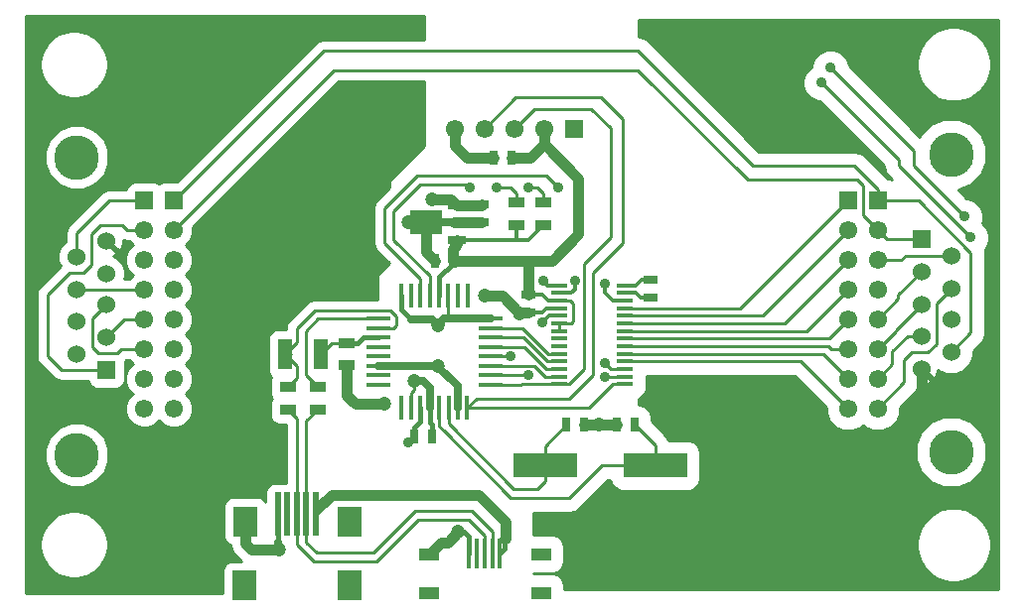
<source format=gbl>
G04 (created by PCBNEW (2013-jul-07)-stable) date nie, 28 cze 2015, 22:06:29*
%MOIN*%
G04 Gerber Fmt 3.4, Leading zero omitted, Abs format*
%FSLAX34Y34*%
G01*
G70*
G90*
G04 APERTURE LIST*
%ADD10C,0.00590551*%
%ADD11R,0.0196X0.145669*%
%ADD12R,0.0787X0.0984*%
%ADD13R,0.015748X0.0984252*%
%ADD14R,0.0708661X0.0393701*%
%ADD15R,0.063X0.0276*%
%ADD16R,0.0827X0.0276*%
%ADD17R,0.1083X0.0787*%
%ADD18R,0.055X0.035*%
%ADD19R,0.025X0.045*%
%ADD20R,0.2165X0.0787*%
%ADD21C,0.15*%
%ADD22R,0.06X0.06*%
%ADD23C,0.06*%
%ADD24R,0.045X0.025*%
%ADD25R,0.0787X0.0177*%
%ADD26R,0.0177X0.0787*%
%ADD27R,0.0579X0.0165*%
%ADD28R,0.0590551X0.0590551*%
%ADD29C,0.0610236*%
%ADD30R,0.0610236X0.0610236*%
%ADD31R,0.05X0.1*%
%ADD32C,0.0472441*%
%ADD33C,0.0354331*%
%ADD34C,0.038*%
%ADD35C,0.014*%
%ADD36C,0.018*%
%ADD37C,0.01*%
%ADD38C,0.028*%
G04 APERTURE END LIST*
G54D10*
G54D11*
X62992Y-28503D03*
X63307Y-28503D03*
X62362Y-28503D03*
X62677Y-28503D03*
G54D12*
X61221Y-30905D03*
X64763Y-30905D03*
X61260Y-28740D03*
X64763Y-28740D03*
G54D11*
X63622Y-28503D03*
G54D13*
X69291Y-29822D03*
X69547Y-29822D03*
X68779Y-29822D03*
X69035Y-29822D03*
X69803Y-29822D03*
G54D14*
X71181Y-29842D03*
X71181Y-31141D03*
X67440Y-29842D03*
X67440Y-31141D03*
G54D15*
X68366Y-18109D03*
G54D16*
X68268Y-18700D03*
G54D15*
X68366Y-19291D03*
G54D17*
X67323Y-18700D03*
G54D18*
X63681Y-24981D03*
X63681Y-24231D03*
X62696Y-24981D03*
X62696Y-24231D03*
G54D19*
X72042Y-25492D03*
X72642Y-25492D03*
G54D20*
X71319Y-26870D03*
X75019Y-26870D03*
G54D21*
X55602Y-26506D03*
X55602Y-16506D03*
G54D22*
X56602Y-23656D03*
G54D23*
X56602Y-22556D03*
X56602Y-21456D03*
X56602Y-20406D03*
X56602Y-19306D03*
X55602Y-19856D03*
X55602Y-20956D03*
X55602Y-22006D03*
X55602Y-23106D03*
G54D24*
X69192Y-18705D03*
X69192Y-18105D03*
G54D25*
X65722Y-21938D03*
X65722Y-22253D03*
X65722Y-22568D03*
X65722Y-22883D03*
X65722Y-23198D03*
X65722Y-23513D03*
X65722Y-23828D03*
X65722Y-24143D03*
X69488Y-24141D03*
X69488Y-21931D03*
X69488Y-22251D03*
X69488Y-22571D03*
X69488Y-22881D03*
X69488Y-23201D03*
X69488Y-23511D03*
X69488Y-23831D03*
G54D26*
X66506Y-24931D03*
X66820Y-24931D03*
X67136Y-24931D03*
X67450Y-24931D03*
X67766Y-24931D03*
X68080Y-24931D03*
X68396Y-24931D03*
X68710Y-24931D03*
X66508Y-21151D03*
X66818Y-21151D03*
X67138Y-21151D03*
X67448Y-21151D03*
X67758Y-21151D03*
X68078Y-21151D03*
X68398Y-21151D03*
X68718Y-21151D03*
G54D27*
X73986Y-22347D03*
X73986Y-22603D03*
X73986Y-22859D03*
X73986Y-23115D03*
X71784Y-21583D03*
X73986Y-21579D03*
X73986Y-21835D03*
X73986Y-22091D03*
X71782Y-23371D03*
X71782Y-23115D03*
X71782Y-22859D03*
X71782Y-22603D03*
X71782Y-22347D03*
X71782Y-22091D03*
X73986Y-23371D03*
X71784Y-21835D03*
X73986Y-21323D03*
X73986Y-23627D03*
X71782Y-23627D03*
X71782Y-21323D03*
X73986Y-21068D03*
X73986Y-23882D03*
X71782Y-23882D03*
X71782Y-21068D03*
X73986Y-20812D03*
X73986Y-24138D03*
X71782Y-24138D03*
X71782Y-20812D03*
G54D19*
X74315Y-25492D03*
X73715Y-25492D03*
X67524Y-25885D03*
X66924Y-25885D03*
G54D24*
X74866Y-21216D03*
X74866Y-20616D03*
G54D19*
X67613Y-19980D03*
X68213Y-19980D03*
G54D24*
X70766Y-21116D03*
X70766Y-21716D03*
G54D21*
X84948Y-16406D03*
X84948Y-26406D03*
G54D22*
X83948Y-19256D03*
G54D23*
X83948Y-20356D03*
X83948Y-21456D03*
X83948Y-22506D03*
X83948Y-23606D03*
X84948Y-23056D03*
X84948Y-21956D03*
X84948Y-20906D03*
X84948Y-19806D03*
G54D28*
X81496Y-17956D03*
G54D29*
X81496Y-18956D03*
X81496Y-19956D03*
X81496Y-20956D03*
X81496Y-21956D03*
X81496Y-22956D03*
X81496Y-23956D03*
X81496Y-24956D03*
G54D28*
X58858Y-17956D03*
G54D29*
X58858Y-18956D03*
X58858Y-19956D03*
X58858Y-20956D03*
X58858Y-21956D03*
X58858Y-22956D03*
X58858Y-23956D03*
X58858Y-24956D03*
G54D28*
X57874Y-17956D03*
G54D29*
X57874Y-18956D03*
X57874Y-19956D03*
X57874Y-20956D03*
X57874Y-21956D03*
X57874Y-22956D03*
X57874Y-23956D03*
X57874Y-24956D03*
G54D28*
X82480Y-17956D03*
G54D29*
X82480Y-18956D03*
X82480Y-19956D03*
X82480Y-20956D03*
X82480Y-21956D03*
X82480Y-22956D03*
X82480Y-23956D03*
X82480Y-24956D03*
G54D30*
X72283Y-15551D03*
G54D29*
X71283Y-15551D03*
X70283Y-15551D03*
X69283Y-15551D03*
X68283Y-15551D03*
G54D18*
X71259Y-18780D03*
X71259Y-18030D03*
X70374Y-18780D03*
X70374Y-18030D03*
X64665Y-23504D03*
X64665Y-22754D03*
G54D31*
X63788Y-23129D03*
X62588Y-23129D03*
G54D19*
X69581Y-16535D03*
X70181Y-16535D03*
G54D32*
X67519Y-17913D03*
X67716Y-23523D03*
G54D33*
X66732Y-26082D03*
X85400Y-18500D03*
X80900Y-13500D03*
X80600Y-14000D03*
X85600Y-19200D03*
X71751Y-17519D03*
X68799Y-17519D03*
X70167Y-23198D03*
X73346Y-23897D03*
X73326Y-23425D03*
X70767Y-23818D03*
G54D32*
X59842Y-28346D03*
X60629Y-25590D03*
X61811Y-25196D03*
X71259Y-28740D03*
X73129Y-25492D03*
X69291Y-21161D03*
X70472Y-21751D03*
X66732Y-18700D03*
X65944Y-24803D03*
X66929Y-24015D03*
X67716Y-22145D03*
G54D33*
X71266Y-20666D03*
X72322Y-20669D03*
X70767Y-17519D03*
X69685Y-17519D03*
G54D32*
X62412Y-29700D03*
X68412Y-29100D03*
G54D33*
X71216Y-22066D03*
X67027Y-27854D03*
X73326Y-20767D03*
G54D34*
X70181Y-16535D02*
X70814Y-16535D01*
X70814Y-16535D02*
X71283Y-16066D01*
X70766Y-21116D02*
X70766Y-19980D01*
X71283Y-15551D02*
X71283Y-16066D01*
X72440Y-19094D02*
X71555Y-19980D01*
X71555Y-19980D02*
X70766Y-19980D01*
X71283Y-16066D02*
X72440Y-17224D01*
X72440Y-17224D02*
X72440Y-19094D01*
X70766Y-19980D02*
X68213Y-19980D01*
G54D35*
X70374Y-18780D02*
X70374Y-19291D01*
X70374Y-19291D02*
X70374Y-19291D01*
X70374Y-19291D02*
X70374Y-19291D01*
X68366Y-19291D02*
X70374Y-19291D01*
X70374Y-19291D02*
X70748Y-19291D01*
X70748Y-19291D02*
X71259Y-18780D01*
G54D36*
X68213Y-19980D02*
X68213Y-20074D01*
X67758Y-20529D02*
X67758Y-21151D01*
X68213Y-20074D02*
X67758Y-20529D01*
G54D34*
X68366Y-19291D02*
X68366Y-19429D01*
X68213Y-19581D02*
X68213Y-19980D01*
X68366Y-19429D02*
X68213Y-19581D01*
G54D35*
X70766Y-21116D02*
X71216Y-21116D01*
X71422Y-21323D02*
X71782Y-21323D01*
X71216Y-21116D02*
X71422Y-21323D01*
G54D37*
X71782Y-22347D02*
X71782Y-22091D01*
X71782Y-21323D02*
X72172Y-21323D01*
X72192Y-22091D02*
X71782Y-22091D01*
X72266Y-22016D02*
X72192Y-22091D01*
X72266Y-21416D02*
X72266Y-22016D01*
X72172Y-21323D02*
X72266Y-21416D01*
G54D34*
X68366Y-18109D02*
X68366Y-18110D01*
X69188Y-18110D02*
X69192Y-18105D01*
X68366Y-18110D02*
X69188Y-18110D01*
X68169Y-17913D02*
X68366Y-18109D01*
X67519Y-17913D02*
X68169Y-17913D01*
X67716Y-23523D02*
X67706Y-23513D01*
G54D38*
X68396Y-24931D02*
X68396Y-24203D01*
X67706Y-23513D02*
X65722Y-23513D01*
X68396Y-24203D02*
X67706Y-23513D01*
G54D36*
X67136Y-24931D02*
X67136Y-25383D01*
X66924Y-25595D02*
X66924Y-25885D01*
X67136Y-25383D02*
X66924Y-25595D01*
X66732Y-26082D02*
X66732Y-26077D01*
X66732Y-26077D02*
X66924Y-25885D01*
G54D37*
X57874Y-20956D02*
X56960Y-20956D01*
X56960Y-20956D02*
X55602Y-20956D01*
X62992Y-28503D02*
X62992Y-25276D01*
X62992Y-25276D02*
X62696Y-24981D01*
X69291Y-29822D02*
X69291Y-29228D01*
X69291Y-29228D02*
X68762Y-28700D01*
X68762Y-28700D02*
X67062Y-28700D01*
X67062Y-28700D02*
X65662Y-30100D01*
X65662Y-30100D02*
X63562Y-30100D01*
X63562Y-30100D02*
X62992Y-29529D01*
X62992Y-29529D02*
X62992Y-28503D01*
X62588Y-23129D02*
X62992Y-22726D01*
X66230Y-22253D02*
X65722Y-22253D01*
X66338Y-22145D02*
X66230Y-22253D01*
X66338Y-21850D02*
X66338Y-22145D01*
X66141Y-21653D02*
X66338Y-21850D01*
X63582Y-21653D02*
X66141Y-21653D01*
X62992Y-22244D02*
X63582Y-21653D01*
X62992Y-22726D02*
X62992Y-22244D01*
X62696Y-24231D02*
X62992Y-23936D01*
X62992Y-23533D02*
X62588Y-23129D01*
X62992Y-23936D02*
X62992Y-23533D01*
X62588Y-23129D02*
X62795Y-23129D01*
X62795Y-23129D02*
X62588Y-23129D01*
X62588Y-23129D02*
X62588Y-22844D01*
X63307Y-28503D02*
X63307Y-25355D01*
X63307Y-25355D02*
X63681Y-24981D01*
X69547Y-29822D02*
X69547Y-29184D01*
X63307Y-29444D02*
X63307Y-28503D01*
X63662Y-29800D02*
X63307Y-29444D01*
X65562Y-29800D02*
X63662Y-29800D01*
X66962Y-28400D02*
X65562Y-29800D01*
X68862Y-28400D02*
X66962Y-28400D01*
X69547Y-29084D02*
X68862Y-28400D01*
X69547Y-29184D02*
X69547Y-29084D01*
X63681Y-24231D02*
X63287Y-23837D01*
X63691Y-21938D02*
X65722Y-21938D01*
X63287Y-22342D02*
X63691Y-21938D01*
X63287Y-23837D02*
X63287Y-22342D01*
X82480Y-18956D02*
X81988Y-18464D01*
X64232Y-13582D02*
X58858Y-18956D01*
X74429Y-13582D02*
X64232Y-13582D01*
X78115Y-17269D02*
X74429Y-13582D01*
X81796Y-17269D02*
X78115Y-17269D01*
X81988Y-17460D02*
X81796Y-17269D01*
X81988Y-18464D02*
X81988Y-17460D01*
X83948Y-19256D02*
X82780Y-19256D01*
X82780Y-19256D02*
X82480Y-18956D01*
X57874Y-18956D02*
X57303Y-18956D01*
X55093Y-23656D02*
X56602Y-23656D01*
X54625Y-23188D02*
X55093Y-23656D01*
X54625Y-21122D02*
X54625Y-23188D01*
X55354Y-20393D02*
X54625Y-21122D01*
X55846Y-20393D02*
X55354Y-20393D01*
X56102Y-20137D02*
X55846Y-20393D01*
X56102Y-19094D02*
X56102Y-20137D01*
X56397Y-18799D02*
X56102Y-19094D01*
X57145Y-18799D02*
X56397Y-18799D01*
X57303Y-18956D02*
X57145Y-18799D01*
X82480Y-19956D02*
X83271Y-19956D01*
X83421Y-19806D02*
X84948Y-19806D01*
X83271Y-19956D02*
X83421Y-19806D01*
X83700Y-16800D02*
X85400Y-18500D01*
X83700Y-16300D02*
X83700Y-16800D01*
X80900Y-13500D02*
X83700Y-16300D01*
X83948Y-22506D02*
X83497Y-22506D01*
X82972Y-23464D02*
X82480Y-23956D01*
X82972Y-23031D02*
X82972Y-23464D01*
X83497Y-22506D02*
X82972Y-23031D01*
X78300Y-16800D02*
X74433Y-12933D01*
X82480Y-17580D02*
X81700Y-16800D01*
X81700Y-16800D02*
X78300Y-16800D01*
X82480Y-17956D02*
X82480Y-17580D01*
X58858Y-17956D02*
X63881Y-12933D01*
X63881Y-12933D02*
X74433Y-12933D01*
X82480Y-17956D02*
X83232Y-17956D01*
X85610Y-22395D02*
X84948Y-23056D01*
X85610Y-19710D02*
X85610Y-22395D01*
X83856Y-17956D02*
X85610Y-19710D01*
X83232Y-17956D02*
X83856Y-17956D01*
X57874Y-17956D02*
X56708Y-17956D01*
X55602Y-19062D02*
X55602Y-19856D01*
X56708Y-17956D02*
X55602Y-19062D01*
X83200Y-16600D02*
X83200Y-16800D01*
X80600Y-14000D02*
X83200Y-16600D01*
X83200Y-16800D02*
X85600Y-19200D01*
X82480Y-24956D02*
X83366Y-24070D01*
X84448Y-21406D02*
X84948Y-20906D01*
X84448Y-22775D02*
X84448Y-21406D01*
X84173Y-23051D02*
X84448Y-22775D01*
X83641Y-23051D02*
X84173Y-23051D01*
X83366Y-23326D02*
X83641Y-23051D01*
X83366Y-24070D02*
X83366Y-23326D01*
X67138Y-20582D02*
X65944Y-19389D01*
X65944Y-19389D02*
X65944Y-18208D01*
X65944Y-18208D02*
X66633Y-17519D01*
X67138Y-20681D02*
X67138Y-21151D01*
X67138Y-20681D02*
X67138Y-20582D01*
X67027Y-17125D02*
X66633Y-17519D01*
X71358Y-17125D02*
X67027Y-17125D01*
X71751Y-17519D02*
X71358Y-17125D01*
X73986Y-22347D02*
X80105Y-22347D01*
X80105Y-22347D02*
X81496Y-20956D01*
X73986Y-21835D02*
X78617Y-21835D01*
X78617Y-21835D02*
X81496Y-18956D01*
X73986Y-22091D02*
X79361Y-22091D01*
X79361Y-22091D02*
X81496Y-19956D01*
X73986Y-21579D02*
X77873Y-21579D01*
X77873Y-21579D02*
X81496Y-17956D01*
X73986Y-22603D02*
X80849Y-22603D01*
X80849Y-22603D02*
X81496Y-21956D01*
X69488Y-23511D02*
X70952Y-23511D01*
X71323Y-23882D02*
X71782Y-23882D01*
X70952Y-23511D02*
X71323Y-23882D01*
X69488Y-22571D02*
X70602Y-22571D01*
X71402Y-23371D02*
X71782Y-23371D01*
X70602Y-22571D02*
X71402Y-23371D01*
X69488Y-22881D02*
X70617Y-22881D01*
X71363Y-23627D02*
X71782Y-23627D01*
X70617Y-22881D02*
X71363Y-23627D01*
X69488Y-22251D02*
X70578Y-22251D01*
X71441Y-23115D02*
X71782Y-23115D01*
X70578Y-22251D02*
X71441Y-23115D01*
X70283Y-15551D02*
X70952Y-14881D01*
X72121Y-24138D02*
X72637Y-23622D01*
X72637Y-23622D02*
X72637Y-20078D01*
X72637Y-20078D02*
X73523Y-19192D01*
X72121Y-24138D02*
X71782Y-24138D01*
X73523Y-15531D02*
X73523Y-19192D01*
X72874Y-14881D02*
X73523Y-15531D01*
X70952Y-14881D02*
X72874Y-14881D01*
X69488Y-24141D02*
X70543Y-24141D01*
X70546Y-24138D02*
X71782Y-24138D01*
X70543Y-24141D02*
X70546Y-24138D01*
X82480Y-21956D02*
X83169Y-21267D01*
X83169Y-21136D02*
X83948Y-20356D01*
X83169Y-21267D02*
X83169Y-21136D01*
X57874Y-21956D02*
X57202Y-21956D01*
X57202Y-21956D02*
X56602Y-22556D01*
X67125Y-17421D02*
X68700Y-17421D01*
X67448Y-20696D02*
X67448Y-20499D01*
X67448Y-21151D02*
X67448Y-20696D01*
X66240Y-18307D02*
X67125Y-17421D01*
X66240Y-19291D02*
X66240Y-18307D01*
X67448Y-20499D02*
X66240Y-19291D01*
X68700Y-17421D02*
X68799Y-17519D01*
X69488Y-23201D02*
X70164Y-23201D01*
X70164Y-23201D02*
X70167Y-23198D01*
X73617Y-23882D02*
X73986Y-23882D01*
X73602Y-23897D02*
X73617Y-23882D01*
X73346Y-23897D02*
X73602Y-23897D01*
X69488Y-23831D02*
X70755Y-23831D01*
X73528Y-23627D02*
X73986Y-23627D01*
X73326Y-23425D02*
X73528Y-23627D01*
X70755Y-23831D02*
X70767Y-23818D01*
X69283Y-15551D02*
X70346Y-14488D01*
X72933Y-23818D02*
X72145Y-24606D01*
X72145Y-24606D02*
X69035Y-24606D01*
X69035Y-24606D02*
X68710Y-24931D01*
X72933Y-20374D02*
X73917Y-19389D01*
X72933Y-23449D02*
X72933Y-20374D01*
X72933Y-23449D02*
X72933Y-23818D01*
X73917Y-15216D02*
X73917Y-19389D01*
X73188Y-14488D02*
X73917Y-15216D01*
X70346Y-14488D02*
X73188Y-14488D01*
X73986Y-24138D02*
X73622Y-24138D01*
X73598Y-24138D02*
X72804Y-24931D01*
X73622Y-24138D02*
X73598Y-24138D01*
X72804Y-24931D02*
X68710Y-24931D01*
X73986Y-23115D02*
X80654Y-23115D01*
X80654Y-23115D02*
X81496Y-23956D01*
X73986Y-23371D02*
X79910Y-23371D01*
X79910Y-23371D02*
X81496Y-24956D01*
X73986Y-22859D02*
X80831Y-22859D01*
X80929Y-22956D02*
X81496Y-22956D01*
X80831Y-22859D02*
X80929Y-22956D01*
X82480Y-22956D02*
X83094Y-22342D01*
X83094Y-22311D02*
X83948Y-21456D01*
X83094Y-22342D02*
X83094Y-22311D01*
X57874Y-22956D02*
X57102Y-22956D01*
X56122Y-21937D02*
X56602Y-21456D01*
X56122Y-22874D02*
X56122Y-21937D01*
X56338Y-23090D02*
X56122Y-22874D01*
X56968Y-23090D02*
X56338Y-23090D01*
X57102Y-22956D02*
X56968Y-23090D01*
X72042Y-25492D02*
X71319Y-26215D01*
X71319Y-26215D02*
X71319Y-26870D01*
X68080Y-24931D02*
X68080Y-25462D01*
X71319Y-27401D02*
X71319Y-26870D01*
X71062Y-27657D02*
X71319Y-27401D01*
X70275Y-27657D02*
X71062Y-27657D01*
X68080Y-25462D02*
X70275Y-27657D01*
X74315Y-25492D02*
X75019Y-26195D01*
X75019Y-26195D02*
X75019Y-26870D01*
X75019Y-26870D02*
X73228Y-26870D01*
X67766Y-25541D02*
X67766Y-24931D01*
X67913Y-25688D02*
X67766Y-25541D01*
X67913Y-25688D02*
X67913Y-25688D01*
X70177Y-27952D02*
X67913Y-25688D01*
X72145Y-27952D02*
X70177Y-27952D01*
X73228Y-26870D02*
X72145Y-27952D01*
G54D34*
X68283Y-15551D02*
X68283Y-16118D01*
X68700Y-16535D02*
X69581Y-16535D01*
X68283Y-16118D02*
X68700Y-16535D01*
G54D38*
X67323Y-18700D02*
X68268Y-18700D01*
G54D34*
X83948Y-23606D02*
X83948Y-25303D01*
X80511Y-28740D02*
X71259Y-28740D01*
X83948Y-25303D02*
X80511Y-28740D01*
X73129Y-25492D02*
X72642Y-25492D01*
X73129Y-25492D02*
X73715Y-25492D01*
X70437Y-21716D02*
X69881Y-21161D01*
X69881Y-21161D02*
X69291Y-21161D01*
X70472Y-21716D02*
X70437Y-21716D01*
X70472Y-21751D02*
X70472Y-21716D01*
X70766Y-21716D02*
X70437Y-21716D01*
X66732Y-18700D02*
X67323Y-18700D01*
X69192Y-18705D02*
X69188Y-18700D01*
X69188Y-18700D02*
X68268Y-18700D01*
X67613Y-19980D02*
X67323Y-19690D01*
X67323Y-19690D02*
X67323Y-18700D01*
X64960Y-24803D02*
X65944Y-24803D01*
X64960Y-24803D02*
X64665Y-24507D01*
X64665Y-23504D02*
X64665Y-24507D01*
G54D37*
X66820Y-24931D02*
X66820Y-24420D01*
X66929Y-24311D02*
X66929Y-24015D01*
X66820Y-24420D02*
X66929Y-24311D01*
G54D38*
X67450Y-24241D02*
X67450Y-24931D01*
X67224Y-24015D02*
X67450Y-24241D01*
X66929Y-24015D02*
X67224Y-24015D01*
G54D36*
X67450Y-24931D02*
X67450Y-25422D01*
X67450Y-25422D02*
X67524Y-25496D01*
X67524Y-25496D02*
X67524Y-25885D01*
G54D37*
X68078Y-21151D02*
X68078Y-21931D01*
X68011Y-21850D02*
X68011Y-21931D01*
X68011Y-21865D02*
X68011Y-21850D01*
X68078Y-21931D02*
X68011Y-21865D01*
G54D38*
X66830Y-21948D02*
X67519Y-21948D01*
X67519Y-21948D02*
X67716Y-22145D01*
G54D36*
X66508Y-21626D02*
X66830Y-21948D01*
X66508Y-21151D02*
X66508Y-21626D01*
G54D38*
X67930Y-21931D02*
X68011Y-21931D01*
X67716Y-22145D02*
X67930Y-21931D01*
X68011Y-21931D02*
X69488Y-21931D01*
G54D35*
X70766Y-21716D02*
X71216Y-21716D01*
X71350Y-21583D02*
X71784Y-21583D01*
X71216Y-21716D02*
X71350Y-21583D01*
X71411Y-20812D02*
X71782Y-20812D01*
X71266Y-20666D02*
X71411Y-20812D01*
X72199Y-21068D02*
X71782Y-21068D01*
X72322Y-20944D02*
X72199Y-21068D01*
X72322Y-20669D02*
X72322Y-20944D01*
G54D37*
X71259Y-17716D02*
X71259Y-18030D01*
X71062Y-17519D02*
X71259Y-17716D01*
X70767Y-17519D02*
X71062Y-17519D01*
X69685Y-17519D02*
X70177Y-17519D01*
X70374Y-17716D02*
X70374Y-18030D01*
X70177Y-17519D02*
X70374Y-17716D01*
G54D36*
X65722Y-22568D02*
X65226Y-22568D01*
X65040Y-22754D02*
X64665Y-22754D01*
X65226Y-22568D02*
X65040Y-22754D01*
G54D37*
X63788Y-23129D02*
X64163Y-22754D01*
X64163Y-22754D02*
X64665Y-22754D01*
G54D36*
X68779Y-29266D02*
X68612Y-29100D01*
X68779Y-29822D02*
X68779Y-29266D01*
X68612Y-29100D02*
X68412Y-29100D01*
G54D38*
X62362Y-29650D02*
X62362Y-29450D01*
X62412Y-29700D02*
X62362Y-29650D01*
G54D34*
X67440Y-29842D02*
X67833Y-29450D01*
X67833Y-29450D02*
X68062Y-29450D01*
X68062Y-29450D02*
X68412Y-29100D01*
X62412Y-29700D02*
X61462Y-29700D01*
X61260Y-29497D02*
X61260Y-28740D01*
X61462Y-29700D02*
X61260Y-29497D01*
G54D36*
X62362Y-29449D02*
X62362Y-28503D01*
X62362Y-29450D02*
X62362Y-29449D01*
G54D35*
X71448Y-21835D02*
X71784Y-21835D01*
X71216Y-22066D02*
X71448Y-21835D01*
G54D34*
X64158Y-27854D02*
X66437Y-27854D01*
X66437Y-27854D02*
X67027Y-27854D01*
X67027Y-27854D02*
X69094Y-27854D01*
X64018Y-27994D02*
X64158Y-27854D01*
X64018Y-27994D02*
X63812Y-28200D01*
G54D36*
X63812Y-28200D02*
X63812Y-28312D01*
X63812Y-28312D02*
X63622Y-28503D01*
G54D34*
X69980Y-28740D02*
X69980Y-29330D01*
X69980Y-29330D02*
X69962Y-29330D01*
X69094Y-27854D02*
X69980Y-28740D01*
G54D36*
X69803Y-29822D02*
X69962Y-29662D01*
X69962Y-29662D02*
X69962Y-29330D01*
X69962Y-29330D02*
X69962Y-29100D01*
G54D35*
X73586Y-21323D02*
X73986Y-21323D01*
X73326Y-21062D02*
X73586Y-21323D01*
X73326Y-20767D02*
X73326Y-21062D01*
X73986Y-21068D02*
X74367Y-21068D01*
X74516Y-21216D02*
X74866Y-21216D01*
X74367Y-21068D02*
X74516Y-21216D01*
X73986Y-20812D02*
X74371Y-20812D01*
X74566Y-20616D02*
X74866Y-20616D01*
X74371Y-20812D02*
X74566Y-20616D01*
G54D10*
G36*
X86534Y-31022D02*
X86291Y-31022D01*
X86291Y-29619D01*
X86291Y-29527D01*
X86291Y-29435D01*
X86291Y-13477D01*
X86291Y-13385D01*
X86291Y-13293D01*
X86291Y-13293D01*
X86291Y-13293D01*
X86230Y-12991D01*
X86160Y-12821D01*
X86159Y-12820D01*
X85990Y-12566D01*
X85989Y-12565D01*
X85858Y-12435D01*
X85603Y-12264D01*
X85432Y-12194D01*
X85431Y-12194D01*
X85132Y-12134D01*
X85131Y-12133D01*
X84946Y-12134D01*
X84645Y-12194D01*
X84474Y-12265D01*
X84473Y-12266D01*
X84220Y-12435D01*
X84219Y-12435D01*
X84088Y-12566D01*
X83918Y-12821D01*
X83847Y-12992D01*
X83847Y-12993D01*
X83787Y-13293D01*
X83787Y-13293D01*
X83787Y-13293D01*
X83787Y-13385D01*
X83787Y-13477D01*
X83787Y-13478D01*
X83787Y-13478D01*
X83847Y-13777D01*
X83847Y-13779D01*
X83918Y-13949D01*
X84088Y-14205D01*
X84219Y-14335D01*
X84220Y-14336D01*
X84473Y-14505D01*
X84474Y-14506D01*
X84645Y-14577D01*
X84946Y-14637D01*
X85131Y-14637D01*
X85132Y-14637D01*
X85431Y-14577D01*
X85432Y-14577D01*
X85603Y-14506D01*
X85858Y-14336D01*
X85989Y-14206D01*
X85990Y-14204D01*
X86159Y-13951D01*
X86160Y-13950D01*
X86230Y-13779D01*
X86291Y-13478D01*
X86291Y-13478D01*
X86291Y-13477D01*
X86291Y-29435D01*
X86291Y-29435D01*
X86291Y-29434D01*
X86230Y-29133D01*
X86160Y-28962D01*
X86159Y-28962D01*
X86142Y-28937D01*
X86142Y-26170D01*
X85961Y-25731D01*
X85625Y-25395D01*
X85187Y-25213D01*
X84712Y-25212D01*
X84273Y-25394D01*
X83937Y-25729D01*
X83755Y-26168D01*
X83754Y-26643D01*
X83936Y-27081D01*
X84271Y-27418D01*
X84710Y-27600D01*
X85185Y-27600D01*
X85624Y-27419D01*
X85960Y-27083D01*
X86142Y-26645D01*
X86142Y-26170D01*
X86142Y-28937D01*
X85990Y-28708D01*
X85989Y-28707D01*
X85858Y-28576D01*
X85603Y-28406D01*
X85432Y-28335D01*
X85431Y-28335D01*
X85132Y-28276D01*
X85131Y-28275D01*
X84946Y-28275D01*
X84645Y-28336D01*
X84474Y-28406D01*
X84473Y-28407D01*
X84220Y-28576D01*
X84219Y-28577D01*
X84088Y-28708D01*
X83918Y-28963D01*
X83847Y-29134D01*
X83847Y-29135D01*
X83787Y-29434D01*
X83787Y-29435D01*
X83787Y-29435D01*
X83787Y-29527D01*
X83787Y-29619D01*
X83787Y-29619D01*
X83787Y-29620D01*
X83847Y-29919D01*
X83847Y-29920D01*
X83918Y-30091D01*
X84088Y-30347D01*
X84219Y-30477D01*
X84220Y-30478D01*
X84473Y-30647D01*
X84474Y-30648D01*
X84645Y-30719D01*
X84946Y-30779D01*
X85131Y-30779D01*
X85132Y-30778D01*
X85431Y-30719D01*
X85432Y-30719D01*
X85603Y-30648D01*
X85858Y-30478D01*
X85989Y-30347D01*
X85990Y-30346D01*
X86159Y-30093D01*
X86160Y-30092D01*
X86230Y-29921D01*
X86291Y-29620D01*
X86291Y-29619D01*
X86291Y-29619D01*
X86291Y-31022D01*
X71979Y-31022D01*
X71979Y-30857D01*
X71911Y-30693D01*
X71787Y-30568D01*
X71624Y-30501D01*
X71447Y-30501D01*
X70916Y-30501D01*
X70916Y-30483D01*
X71623Y-30483D01*
X71786Y-30415D01*
X71911Y-30291D01*
X71979Y-30128D01*
X71979Y-29951D01*
X71979Y-29557D01*
X71911Y-29394D01*
X71787Y-29269D01*
X71624Y-29202D01*
X71447Y-29201D01*
X70916Y-29201D01*
X70916Y-28446D01*
X72145Y-28446D01*
X72334Y-28408D01*
X72494Y-28301D01*
X73432Y-27363D01*
X73498Y-27363D01*
X73560Y-27514D01*
X73685Y-27639D01*
X73848Y-27707D01*
X74024Y-27707D01*
X76189Y-27707D01*
X76352Y-27639D01*
X76477Y-27515D01*
X76545Y-27352D01*
X76545Y-27175D01*
X76545Y-26388D01*
X76478Y-26225D01*
X76353Y-26100D01*
X76190Y-26032D01*
X76013Y-26032D01*
X75480Y-26032D01*
X75475Y-26006D01*
X75475Y-26006D01*
X75432Y-25942D01*
X75368Y-25846D01*
X75368Y-25846D01*
X74884Y-25362D01*
X74884Y-25179D01*
X74817Y-25016D01*
X74692Y-24891D01*
X74529Y-24823D01*
X74459Y-24823D01*
X74459Y-24625D01*
X74527Y-24597D01*
X74652Y-24472D01*
X74719Y-24309D01*
X74719Y-24132D01*
X74719Y-23967D01*
X74719Y-23967D01*
X74719Y-23876D01*
X74719Y-23864D01*
X79706Y-23864D01*
X80747Y-24906D01*
X80747Y-25104D01*
X80860Y-25380D01*
X81071Y-25591D01*
X81346Y-25705D01*
X81644Y-25705D01*
X81919Y-25591D01*
X81988Y-25523D01*
X82055Y-25591D01*
X82330Y-25705D01*
X82628Y-25705D01*
X82903Y-25591D01*
X83114Y-25381D01*
X83229Y-25106D01*
X83229Y-24906D01*
X83715Y-24419D01*
X83822Y-24259D01*
X83843Y-24153D01*
X83867Y-24161D01*
X84085Y-24150D01*
X84236Y-24087D01*
X84264Y-23992D01*
X83948Y-23677D01*
X83943Y-23682D01*
X83872Y-23612D01*
X83878Y-23606D01*
X83872Y-23601D01*
X83928Y-23544D01*
X83968Y-23544D01*
X84025Y-23601D01*
X84019Y-23606D01*
X84334Y-23921D01*
X84430Y-23894D01*
X84503Y-23688D01*
X84502Y-23662D01*
X84526Y-23686D01*
X84800Y-23800D01*
X85096Y-23800D01*
X85369Y-23687D01*
X85578Y-23478D01*
X85692Y-23205D01*
X85692Y-23011D01*
X85959Y-22744D01*
X85959Y-22744D01*
X85959Y-22744D01*
X86066Y-22584D01*
X86066Y-22584D01*
X86096Y-22432D01*
X86103Y-22395D01*
X86103Y-22395D01*
X86103Y-22395D01*
X86103Y-19710D01*
X86081Y-19596D01*
X86126Y-19552D01*
X86220Y-19324D01*
X86220Y-19077D01*
X86126Y-18848D01*
X85985Y-18707D01*
X86020Y-18624D01*
X86020Y-18377D01*
X85926Y-18148D01*
X85752Y-17973D01*
X85524Y-17879D01*
X85477Y-17879D01*
X85194Y-17596D01*
X85624Y-17419D01*
X85960Y-17083D01*
X86142Y-16645D01*
X86142Y-16170D01*
X85961Y-15731D01*
X85625Y-15395D01*
X85187Y-15213D01*
X84712Y-15212D01*
X84273Y-15394D01*
X83937Y-15729D01*
X83905Y-15807D01*
X81520Y-13422D01*
X81520Y-13377D01*
X81426Y-13148D01*
X81252Y-12973D01*
X81024Y-12879D01*
X80777Y-12879D01*
X80548Y-12973D01*
X80373Y-13147D01*
X80279Y-13375D01*
X80279Y-13460D01*
X80248Y-13473D01*
X80073Y-13647D01*
X79979Y-13875D01*
X79979Y-14122D01*
X80073Y-14351D01*
X80247Y-14526D01*
X80475Y-14620D01*
X80522Y-14620D01*
X82707Y-16805D01*
X82743Y-16988D01*
X82850Y-17149D01*
X82958Y-17257D01*
X82864Y-17217D01*
X82815Y-17217D01*
X82049Y-16450D01*
X81888Y-16343D01*
X81700Y-16306D01*
X78504Y-16306D01*
X74782Y-12583D01*
X74622Y-12476D01*
X74459Y-12444D01*
X74459Y-11890D01*
X86534Y-11890D01*
X86534Y-31022D01*
X86534Y-31022D01*
G37*
G54D37*
X86534Y-31022D02*
X86291Y-31022D01*
X86291Y-29619D01*
X86291Y-29527D01*
X86291Y-29435D01*
X86291Y-13477D01*
X86291Y-13385D01*
X86291Y-13293D01*
X86291Y-13293D01*
X86291Y-13293D01*
X86230Y-12991D01*
X86160Y-12821D01*
X86159Y-12820D01*
X85990Y-12566D01*
X85989Y-12565D01*
X85858Y-12435D01*
X85603Y-12264D01*
X85432Y-12194D01*
X85431Y-12194D01*
X85132Y-12134D01*
X85131Y-12133D01*
X84946Y-12134D01*
X84645Y-12194D01*
X84474Y-12265D01*
X84473Y-12266D01*
X84220Y-12435D01*
X84219Y-12435D01*
X84088Y-12566D01*
X83918Y-12821D01*
X83847Y-12992D01*
X83847Y-12993D01*
X83787Y-13293D01*
X83787Y-13293D01*
X83787Y-13293D01*
X83787Y-13385D01*
X83787Y-13477D01*
X83787Y-13478D01*
X83787Y-13478D01*
X83847Y-13777D01*
X83847Y-13779D01*
X83918Y-13949D01*
X84088Y-14205D01*
X84219Y-14335D01*
X84220Y-14336D01*
X84473Y-14505D01*
X84474Y-14506D01*
X84645Y-14577D01*
X84946Y-14637D01*
X85131Y-14637D01*
X85132Y-14637D01*
X85431Y-14577D01*
X85432Y-14577D01*
X85603Y-14506D01*
X85858Y-14336D01*
X85989Y-14206D01*
X85990Y-14204D01*
X86159Y-13951D01*
X86160Y-13950D01*
X86230Y-13779D01*
X86291Y-13478D01*
X86291Y-13478D01*
X86291Y-13477D01*
X86291Y-29435D01*
X86291Y-29435D01*
X86291Y-29434D01*
X86230Y-29133D01*
X86160Y-28962D01*
X86159Y-28962D01*
X86142Y-28937D01*
X86142Y-26170D01*
X85961Y-25731D01*
X85625Y-25395D01*
X85187Y-25213D01*
X84712Y-25212D01*
X84273Y-25394D01*
X83937Y-25729D01*
X83755Y-26168D01*
X83754Y-26643D01*
X83936Y-27081D01*
X84271Y-27418D01*
X84710Y-27600D01*
X85185Y-27600D01*
X85624Y-27419D01*
X85960Y-27083D01*
X86142Y-26645D01*
X86142Y-26170D01*
X86142Y-28937D01*
X85990Y-28708D01*
X85989Y-28707D01*
X85858Y-28576D01*
X85603Y-28406D01*
X85432Y-28335D01*
X85431Y-28335D01*
X85132Y-28276D01*
X85131Y-28275D01*
X84946Y-28275D01*
X84645Y-28336D01*
X84474Y-28406D01*
X84473Y-28407D01*
X84220Y-28576D01*
X84219Y-28577D01*
X84088Y-28708D01*
X83918Y-28963D01*
X83847Y-29134D01*
X83847Y-29135D01*
X83787Y-29434D01*
X83787Y-29435D01*
X83787Y-29435D01*
X83787Y-29527D01*
X83787Y-29619D01*
X83787Y-29619D01*
X83787Y-29620D01*
X83847Y-29919D01*
X83847Y-29920D01*
X83918Y-30091D01*
X84088Y-30347D01*
X84219Y-30477D01*
X84220Y-30478D01*
X84473Y-30647D01*
X84474Y-30648D01*
X84645Y-30719D01*
X84946Y-30779D01*
X85131Y-30779D01*
X85132Y-30778D01*
X85431Y-30719D01*
X85432Y-30719D01*
X85603Y-30648D01*
X85858Y-30478D01*
X85989Y-30347D01*
X85990Y-30346D01*
X86159Y-30093D01*
X86160Y-30092D01*
X86230Y-29921D01*
X86291Y-29620D01*
X86291Y-29619D01*
X86291Y-29619D01*
X86291Y-31022D01*
X71979Y-31022D01*
X71979Y-30857D01*
X71911Y-30693D01*
X71787Y-30568D01*
X71624Y-30501D01*
X71447Y-30501D01*
X70916Y-30501D01*
X70916Y-30483D01*
X71623Y-30483D01*
X71786Y-30415D01*
X71911Y-30291D01*
X71979Y-30128D01*
X71979Y-29951D01*
X71979Y-29557D01*
X71911Y-29394D01*
X71787Y-29269D01*
X71624Y-29202D01*
X71447Y-29201D01*
X70916Y-29201D01*
X70916Y-28446D01*
X72145Y-28446D01*
X72334Y-28408D01*
X72494Y-28301D01*
X73432Y-27363D01*
X73498Y-27363D01*
X73560Y-27514D01*
X73685Y-27639D01*
X73848Y-27707D01*
X74024Y-27707D01*
X76189Y-27707D01*
X76352Y-27639D01*
X76477Y-27515D01*
X76545Y-27352D01*
X76545Y-27175D01*
X76545Y-26388D01*
X76478Y-26225D01*
X76353Y-26100D01*
X76190Y-26032D01*
X76013Y-26032D01*
X75480Y-26032D01*
X75475Y-26006D01*
X75475Y-26006D01*
X75432Y-25942D01*
X75368Y-25846D01*
X75368Y-25846D01*
X74884Y-25362D01*
X74884Y-25179D01*
X74817Y-25016D01*
X74692Y-24891D01*
X74529Y-24823D01*
X74459Y-24823D01*
X74459Y-24625D01*
X74527Y-24597D01*
X74652Y-24472D01*
X74719Y-24309D01*
X74719Y-24132D01*
X74719Y-23967D01*
X74719Y-23967D01*
X74719Y-23876D01*
X74719Y-23864D01*
X79706Y-23864D01*
X80747Y-24906D01*
X80747Y-25104D01*
X80860Y-25380D01*
X81071Y-25591D01*
X81346Y-25705D01*
X81644Y-25705D01*
X81919Y-25591D01*
X81988Y-25523D01*
X82055Y-25591D01*
X82330Y-25705D01*
X82628Y-25705D01*
X82903Y-25591D01*
X83114Y-25381D01*
X83229Y-25106D01*
X83229Y-24906D01*
X83715Y-24419D01*
X83822Y-24259D01*
X83843Y-24153D01*
X83867Y-24161D01*
X84085Y-24150D01*
X84236Y-24087D01*
X84264Y-23992D01*
X83948Y-23677D01*
X83943Y-23682D01*
X83872Y-23612D01*
X83878Y-23606D01*
X83872Y-23601D01*
X83928Y-23544D01*
X83968Y-23544D01*
X84025Y-23601D01*
X84019Y-23606D01*
X84334Y-23921D01*
X84430Y-23894D01*
X84503Y-23688D01*
X84502Y-23662D01*
X84526Y-23686D01*
X84800Y-23800D01*
X85096Y-23800D01*
X85369Y-23687D01*
X85578Y-23478D01*
X85692Y-23205D01*
X85692Y-23011D01*
X85959Y-22744D01*
X85959Y-22744D01*
X85959Y-22744D01*
X86066Y-22584D01*
X86066Y-22584D01*
X86096Y-22432D01*
X86103Y-22395D01*
X86103Y-22395D01*
X86103Y-22395D01*
X86103Y-19710D01*
X86081Y-19596D01*
X86126Y-19552D01*
X86220Y-19324D01*
X86220Y-19077D01*
X86126Y-18848D01*
X85985Y-18707D01*
X86020Y-18624D01*
X86020Y-18377D01*
X85926Y-18148D01*
X85752Y-17973D01*
X85524Y-17879D01*
X85477Y-17879D01*
X85194Y-17596D01*
X85624Y-17419D01*
X85960Y-17083D01*
X86142Y-16645D01*
X86142Y-16170D01*
X85961Y-15731D01*
X85625Y-15395D01*
X85187Y-15213D01*
X84712Y-15212D01*
X84273Y-15394D01*
X83937Y-15729D01*
X83905Y-15807D01*
X81520Y-13422D01*
X81520Y-13377D01*
X81426Y-13148D01*
X81252Y-12973D01*
X81024Y-12879D01*
X80777Y-12879D01*
X80548Y-12973D01*
X80373Y-13147D01*
X80279Y-13375D01*
X80279Y-13460D01*
X80248Y-13473D01*
X80073Y-13647D01*
X79979Y-13875D01*
X79979Y-14122D01*
X80073Y-14351D01*
X80247Y-14526D01*
X80475Y-14620D01*
X80522Y-14620D01*
X82707Y-16805D01*
X82743Y-16988D01*
X82850Y-17149D01*
X82958Y-17257D01*
X82864Y-17217D01*
X82815Y-17217D01*
X82049Y-16450D01*
X81888Y-16343D01*
X81700Y-16306D01*
X78504Y-16306D01*
X74782Y-12583D01*
X74622Y-12476D01*
X74459Y-12444D01*
X74459Y-11890D01*
X86534Y-11890D01*
X86534Y-31022D01*
G54D10*
G36*
X57482Y-20456D02*
X57357Y-20581D01*
X57207Y-20581D01*
X57227Y-20531D01*
X57228Y-20282D01*
X57133Y-20052D01*
X56957Y-19876D01*
X56816Y-19818D01*
X56890Y-19787D01*
X56917Y-19692D01*
X56602Y-19377D01*
X56596Y-19382D01*
X56526Y-19312D01*
X56531Y-19306D01*
X56526Y-19301D01*
X56596Y-19230D01*
X56602Y-19235D01*
X56607Y-19230D01*
X56678Y-19301D01*
X56673Y-19306D01*
X56988Y-19621D01*
X57083Y-19594D01*
X57157Y-19388D01*
X57152Y-19299D01*
X57159Y-19303D01*
X57303Y-19332D01*
X57357Y-19332D01*
X57482Y-19456D01*
X57339Y-19598D01*
X57243Y-19830D01*
X57243Y-20081D01*
X57339Y-20313D01*
X57482Y-20456D01*
X57482Y-20456D01*
G37*
G54D37*
X57482Y-20456D02*
X57357Y-20581D01*
X57207Y-20581D01*
X57227Y-20531D01*
X57228Y-20282D01*
X57133Y-20052D01*
X56957Y-19876D01*
X56816Y-19818D01*
X56890Y-19787D01*
X56917Y-19692D01*
X56602Y-19377D01*
X56596Y-19382D01*
X56526Y-19312D01*
X56531Y-19306D01*
X56526Y-19301D01*
X56596Y-19230D01*
X56602Y-19235D01*
X56607Y-19230D01*
X56678Y-19301D01*
X56673Y-19306D01*
X56988Y-19621D01*
X57083Y-19594D01*
X57157Y-19388D01*
X57152Y-19299D01*
X57159Y-19303D01*
X57303Y-19332D01*
X57357Y-19332D01*
X57482Y-19456D01*
X57339Y-19598D01*
X57243Y-19830D01*
X57243Y-20081D01*
X57339Y-20313D01*
X57482Y-20456D01*
G54D10*
G36*
X67272Y-16121D02*
X66091Y-17302D01*
X66091Y-17530D01*
X65679Y-17943D01*
X65597Y-18064D01*
X65569Y-18208D01*
X65569Y-19389D01*
X65597Y-19533D01*
X65679Y-19655D01*
X66086Y-20062D01*
X65698Y-20451D01*
X65698Y-21277D01*
X63582Y-21277D01*
X63438Y-21306D01*
X63317Y-21387D01*
X62726Y-21978D01*
X62645Y-22100D01*
X62616Y-22244D01*
X62616Y-22304D01*
X62274Y-22304D01*
X62154Y-22353D01*
X62063Y-22445D01*
X62013Y-22564D01*
X62013Y-22694D01*
X62013Y-23694D01*
X62062Y-23814D01*
X62138Y-23889D01*
X62096Y-23991D01*
X62096Y-24120D01*
X62096Y-24470D01*
X62145Y-24590D01*
X62161Y-24606D01*
X62145Y-24621D01*
X62096Y-24741D01*
X62096Y-24870D01*
X62096Y-25220D01*
X62145Y-25340D01*
X62237Y-25432D01*
X62356Y-25481D01*
X62486Y-25481D01*
X62616Y-25481D01*
X62616Y-27449D01*
X62514Y-27449D01*
X62514Y-27450D01*
X62395Y-27449D01*
X62199Y-27449D01*
X62080Y-27499D01*
X61988Y-27590D01*
X61938Y-27710D01*
X61938Y-27840D01*
X61938Y-28085D01*
X61929Y-28064D01*
X61838Y-27972D01*
X61718Y-27922D01*
X61589Y-27922D01*
X60802Y-27922D01*
X60682Y-27972D01*
X60590Y-28063D01*
X60541Y-28183D01*
X60540Y-28312D01*
X60540Y-29296D01*
X60590Y-29416D01*
X60681Y-29508D01*
X60752Y-29537D01*
X60783Y-29694D01*
X60895Y-29861D01*
X61098Y-30064D01*
X61098Y-30064D01*
X61133Y-30087D01*
X60763Y-30087D01*
X60643Y-30137D01*
X60551Y-30228D01*
X60502Y-30348D01*
X60501Y-30477D01*
X60501Y-31140D01*
X56678Y-31140D01*
X56678Y-26293D01*
X56514Y-25898D01*
X56212Y-25595D01*
X55817Y-25431D01*
X55389Y-25430D01*
X54993Y-25594D01*
X54691Y-25896D01*
X54526Y-26291D01*
X54526Y-26719D01*
X54689Y-27115D01*
X54992Y-27418D01*
X55387Y-27582D01*
X55815Y-27582D01*
X56210Y-27419D01*
X56513Y-27116D01*
X56677Y-26721D01*
X56678Y-26293D01*
X56678Y-31140D01*
X56647Y-31140D01*
X56647Y-29596D01*
X56647Y-29527D01*
X56647Y-29458D01*
X56647Y-29458D01*
X56647Y-29457D01*
X56587Y-29156D01*
X56534Y-29028D01*
X56533Y-29027D01*
X56364Y-28774D01*
X56363Y-28773D01*
X56265Y-28675D01*
X56010Y-28504D01*
X55882Y-28451D01*
X55880Y-28451D01*
X55581Y-28392D01*
X55580Y-28391D01*
X55442Y-28391D01*
X55140Y-28451D01*
X55012Y-28504D01*
X55011Y-28505D01*
X54758Y-28675D01*
X54757Y-28675D01*
X54659Y-28773D01*
X54488Y-29029D01*
X54435Y-29157D01*
X54435Y-29158D01*
X54376Y-29457D01*
X54376Y-29458D01*
X54376Y-29458D01*
X54376Y-29527D01*
X54376Y-29596D01*
X54376Y-29596D01*
X54376Y-29597D01*
X54435Y-29896D01*
X54435Y-29897D01*
X54488Y-30025D01*
X54659Y-30281D01*
X54757Y-30379D01*
X54758Y-30380D01*
X55011Y-30549D01*
X55012Y-30550D01*
X55140Y-30603D01*
X55442Y-30663D01*
X55580Y-30663D01*
X55581Y-30663D01*
X55880Y-30603D01*
X55882Y-30603D01*
X56010Y-30550D01*
X56265Y-30380D01*
X56363Y-30282D01*
X56364Y-30280D01*
X56533Y-30027D01*
X56534Y-30026D01*
X56587Y-29898D01*
X56647Y-29597D01*
X56647Y-29596D01*
X56647Y-29596D01*
X56647Y-31140D01*
X53898Y-31140D01*
X53898Y-11772D01*
X67272Y-11772D01*
X67272Y-12557D01*
X63881Y-12557D01*
X63738Y-12586D01*
X63616Y-12667D01*
X58948Y-17335D01*
X58498Y-17335D01*
X58378Y-17385D01*
X58366Y-17397D01*
X58353Y-17385D01*
X58234Y-17335D01*
X58104Y-17335D01*
X57514Y-17335D01*
X57394Y-17385D01*
X57302Y-17476D01*
X57259Y-17581D01*
X56708Y-17581D01*
X56678Y-17587D01*
X56678Y-16293D01*
X56647Y-16220D01*
X56647Y-13454D01*
X56647Y-13385D01*
X56647Y-13316D01*
X56647Y-13316D01*
X56647Y-13316D01*
X56587Y-13014D01*
X56534Y-12886D01*
X56533Y-12885D01*
X56364Y-12632D01*
X56363Y-12631D01*
X56265Y-12533D01*
X56010Y-12362D01*
X55882Y-12310D01*
X55880Y-12310D01*
X55581Y-12250D01*
X55580Y-12249D01*
X55442Y-12249D01*
X55140Y-12310D01*
X55012Y-12363D01*
X55011Y-12364D01*
X54758Y-12533D01*
X54757Y-12533D01*
X54659Y-12631D01*
X54488Y-12887D01*
X54435Y-13015D01*
X54435Y-13016D01*
X54376Y-13316D01*
X54376Y-13316D01*
X54376Y-13316D01*
X54376Y-13385D01*
X54376Y-13454D01*
X54376Y-13455D01*
X54376Y-13455D01*
X54435Y-13754D01*
X54435Y-13756D01*
X54488Y-13884D01*
X54659Y-14139D01*
X54757Y-14237D01*
X54758Y-14238D01*
X55011Y-14407D01*
X55012Y-14408D01*
X55140Y-14461D01*
X55442Y-14521D01*
X55580Y-14521D01*
X55581Y-14521D01*
X55880Y-14461D01*
X55882Y-14461D01*
X56010Y-14408D01*
X56265Y-14238D01*
X56363Y-14140D01*
X56364Y-14139D01*
X56533Y-13885D01*
X56534Y-13884D01*
X56587Y-13756D01*
X56647Y-13455D01*
X56647Y-13455D01*
X56647Y-13454D01*
X56647Y-16220D01*
X56514Y-15898D01*
X56212Y-15595D01*
X55817Y-15431D01*
X55389Y-15430D01*
X54993Y-15594D01*
X54691Y-15896D01*
X54526Y-16291D01*
X54526Y-16719D01*
X54689Y-17115D01*
X54992Y-17418D01*
X55387Y-17582D01*
X55815Y-17582D01*
X56210Y-17419D01*
X56513Y-17116D01*
X56677Y-16721D01*
X56678Y-16293D01*
X56678Y-17587D01*
X56564Y-17609D01*
X56443Y-17691D01*
X55336Y-18797D01*
X55255Y-18919D01*
X55226Y-19062D01*
X55226Y-19347D01*
X55072Y-19501D01*
X54976Y-19731D01*
X54976Y-19980D01*
X55052Y-20164D01*
X54360Y-20856D01*
X54278Y-20978D01*
X54250Y-21122D01*
X54250Y-23188D01*
X54278Y-23332D01*
X54360Y-23454D01*
X54828Y-23922D01*
X54828Y-23922D01*
X54949Y-24003D01*
X55093Y-24032D01*
X55093Y-24032D01*
X55093Y-24032D01*
X55981Y-24032D01*
X56026Y-24140D01*
X56117Y-24232D01*
X56237Y-24282D01*
X56366Y-24282D01*
X56966Y-24282D01*
X57086Y-24232D01*
X57178Y-24141D01*
X57227Y-24021D01*
X57228Y-23892D01*
X57228Y-23360D01*
X57234Y-23356D01*
X57257Y-23332D01*
X57357Y-23332D01*
X57482Y-23456D01*
X57339Y-23598D01*
X57243Y-23830D01*
X57243Y-24081D01*
X57339Y-24313D01*
X57482Y-24456D01*
X57339Y-24598D01*
X57243Y-24830D01*
X57243Y-25081D01*
X57339Y-25313D01*
X57516Y-25491D01*
X57748Y-25587D01*
X57998Y-25587D01*
X58230Y-25491D01*
X58366Y-25356D01*
X58500Y-25491D01*
X58732Y-25587D01*
X58983Y-25587D01*
X59215Y-25491D01*
X59392Y-25314D01*
X59488Y-25082D01*
X59489Y-24831D01*
X59393Y-24599D01*
X59250Y-24456D01*
X59392Y-24314D01*
X59488Y-24082D01*
X59489Y-23831D01*
X59393Y-23599D01*
X59250Y-23456D01*
X59392Y-23314D01*
X59488Y-23082D01*
X59489Y-22831D01*
X59393Y-22599D01*
X59250Y-22456D01*
X59392Y-22314D01*
X59488Y-22082D01*
X59489Y-21831D01*
X59393Y-21599D01*
X59250Y-21456D01*
X59392Y-21314D01*
X59488Y-21082D01*
X59489Y-20831D01*
X59393Y-20599D01*
X59250Y-20456D01*
X59392Y-20314D01*
X59488Y-20082D01*
X59489Y-19831D01*
X59393Y-19599D01*
X59250Y-19456D01*
X59392Y-19314D01*
X59488Y-19082D01*
X59489Y-18857D01*
X64387Y-13958D01*
X67272Y-13958D01*
X67272Y-16121D01*
X67272Y-16121D01*
G37*
G54D37*
X67272Y-16121D02*
X66091Y-17302D01*
X66091Y-17530D01*
X65679Y-17943D01*
X65597Y-18064D01*
X65569Y-18208D01*
X65569Y-19389D01*
X65597Y-19533D01*
X65679Y-19655D01*
X66086Y-20062D01*
X65698Y-20451D01*
X65698Y-21277D01*
X63582Y-21277D01*
X63438Y-21306D01*
X63317Y-21387D01*
X62726Y-21978D01*
X62645Y-22100D01*
X62616Y-22244D01*
X62616Y-22304D01*
X62274Y-22304D01*
X62154Y-22353D01*
X62063Y-22445D01*
X62013Y-22564D01*
X62013Y-22694D01*
X62013Y-23694D01*
X62062Y-23814D01*
X62138Y-23889D01*
X62096Y-23991D01*
X62096Y-24120D01*
X62096Y-24470D01*
X62145Y-24590D01*
X62161Y-24606D01*
X62145Y-24621D01*
X62096Y-24741D01*
X62096Y-24870D01*
X62096Y-25220D01*
X62145Y-25340D01*
X62237Y-25432D01*
X62356Y-25481D01*
X62486Y-25481D01*
X62616Y-25481D01*
X62616Y-27449D01*
X62514Y-27449D01*
X62514Y-27450D01*
X62395Y-27449D01*
X62199Y-27449D01*
X62080Y-27499D01*
X61988Y-27590D01*
X61938Y-27710D01*
X61938Y-27840D01*
X61938Y-28085D01*
X61929Y-28064D01*
X61838Y-27972D01*
X61718Y-27922D01*
X61589Y-27922D01*
X60802Y-27922D01*
X60682Y-27972D01*
X60590Y-28063D01*
X60541Y-28183D01*
X60540Y-28312D01*
X60540Y-29296D01*
X60590Y-29416D01*
X60681Y-29508D01*
X60752Y-29537D01*
X60783Y-29694D01*
X60895Y-29861D01*
X61098Y-30064D01*
X61098Y-30064D01*
X61133Y-30087D01*
X60763Y-30087D01*
X60643Y-30137D01*
X60551Y-30228D01*
X60502Y-30348D01*
X60501Y-30477D01*
X60501Y-31140D01*
X56678Y-31140D01*
X56678Y-26293D01*
X56514Y-25898D01*
X56212Y-25595D01*
X55817Y-25431D01*
X55389Y-25430D01*
X54993Y-25594D01*
X54691Y-25896D01*
X54526Y-26291D01*
X54526Y-26719D01*
X54689Y-27115D01*
X54992Y-27418D01*
X55387Y-27582D01*
X55815Y-27582D01*
X56210Y-27419D01*
X56513Y-27116D01*
X56677Y-26721D01*
X56678Y-26293D01*
X56678Y-31140D01*
X56647Y-31140D01*
X56647Y-29596D01*
X56647Y-29527D01*
X56647Y-29458D01*
X56647Y-29458D01*
X56647Y-29457D01*
X56587Y-29156D01*
X56534Y-29028D01*
X56533Y-29027D01*
X56364Y-28774D01*
X56363Y-28773D01*
X56265Y-28675D01*
X56010Y-28504D01*
X55882Y-28451D01*
X55880Y-28451D01*
X55581Y-28392D01*
X55580Y-28391D01*
X55442Y-28391D01*
X55140Y-28451D01*
X55012Y-28504D01*
X55011Y-28505D01*
X54758Y-28675D01*
X54757Y-28675D01*
X54659Y-28773D01*
X54488Y-29029D01*
X54435Y-29157D01*
X54435Y-29158D01*
X54376Y-29457D01*
X54376Y-29458D01*
X54376Y-29458D01*
X54376Y-29527D01*
X54376Y-29596D01*
X54376Y-29596D01*
X54376Y-29597D01*
X54435Y-29896D01*
X54435Y-29897D01*
X54488Y-30025D01*
X54659Y-30281D01*
X54757Y-30379D01*
X54758Y-30380D01*
X55011Y-30549D01*
X55012Y-30550D01*
X55140Y-30603D01*
X55442Y-30663D01*
X55580Y-30663D01*
X55581Y-30663D01*
X55880Y-30603D01*
X55882Y-30603D01*
X56010Y-30550D01*
X56265Y-30380D01*
X56363Y-30282D01*
X56364Y-30280D01*
X56533Y-30027D01*
X56534Y-30026D01*
X56587Y-29898D01*
X56647Y-29597D01*
X56647Y-29596D01*
X56647Y-29596D01*
X56647Y-31140D01*
X53898Y-31140D01*
X53898Y-11772D01*
X67272Y-11772D01*
X67272Y-12557D01*
X63881Y-12557D01*
X63738Y-12586D01*
X63616Y-12667D01*
X58948Y-17335D01*
X58498Y-17335D01*
X58378Y-17385D01*
X58366Y-17397D01*
X58353Y-17385D01*
X58234Y-17335D01*
X58104Y-17335D01*
X57514Y-17335D01*
X57394Y-17385D01*
X57302Y-17476D01*
X57259Y-17581D01*
X56708Y-17581D01*
X56678Y-17587D01*
X56678Y-16293D01*
X56647Y-16220D01*
X56647Y-13454D01*
X56647Y-13385D01*
X56647Y-13316D01*
X56647Y-13316D01*
X56647Y-13316D01*
X56587Y-13014D01*
X56534Y-12886D01*
X56533Y-12885D01*
X56364Y-12632D01*
X56363Y-12631D01*
X56265Y-12533D01*
X56010Y-12362D01*
X55882Y-12310D01*
X55880Y-12310D01*
X55581Y-12250D01*
X55580Y-12249D01*
X55442Y-12249D01*
X55140Y-12310D01*
X55012Y-12363D01*
X55011Y-12364D01*
X54758Y-12533D01*
X54757Y-12533D01*
X54659Y-12631D01*
X54488Y-12887D01*
X54435Y-13015D01*
X54435Y-13016D01*
X54376Y-13316D01*
X54376Y-13316D01*
X54376Y-13316D01*
X54376Y-13385D01*
X54376Y-13454D01*
X54376Y-13455D01*
X54376Y-13455D01*
X54435Y-13754D01*
X54435Y-13756D01*
X54488Y-13884D01*
X54659Y-14139D01*
X54757Y-14237D01*
X54758Y-14238D01*
X55011Y-14407D01*
X55012Y-14408D01*
X55140Y-14461D01*
X55442Y-14521D01*
X55580Y-14521D01*
X55581Y-14521D01*
X55880Y-14461D01*
X55882Y-14461D01*
X56010Y-14408D01*
X56265Y-14238D01*
X56363Y-14140D01*
X56364Y-14139D01*
X56533Y-13885D01*
X56534Y-13884D01*
X56587Y-13756D01*
X56647Y-13455D01*
X56647Y-13455D01*
X56647Y-13454D01*
X56647Y-16220D01*
X56514Y-15898D01*
X56212Y-15595D01*
X55817Y-15431D01*
X55389Y-15430D01*
X54993Y-15594D01*
X54691Y-15896D01*
X54526Y-16291D01*
X54526Y-16719D01*
X54689Y-17115D01*
X54992Y-17418D01*
X55387Y-17582D01*
X55815Y-17582D01*
X56210Y-17419D01*
X56513Y-17116D01*
X56677Y-16721D01*
X56678Y-16293D01*
X56678Y-17587D01*
X56564Y-17609D01*
X56443Y-17691D01*
X55336Y-18797D01*
X55255Y-18919D01*
X55226Y-19062D01*
X55226Y-19347D01*
X55072Y-19501D01*
X54976Y-19731D01*
X54976Y-19980D01*
X55052Y-20164D01*
X54360Y-20856D01*
X54278Y-20978D01*
X54250Y-21122D01*
X54250Y-23188D01*
X54278Y-23332D01*
X54360Y-23454D01*
X54828Y-23922D01*
X54828Y-23922D01*
X54949Y-24003D01*
X55093Y-24032D01*
X55093Y-24032D01*
X55093Y-24032D01*
X55981Y-24032D01*
X56026Y-24140D01*
X56117Y-24232D01*
X56237Y-24282D01*
X56366Y-24282D01*
X56966Y-24282D01*
X57086Y-24232D01*
X57178Y-24141D01*
X57227Y-24021D01*
X57228Y-23892D01*
X57228Y-23360D01*
X57234Y-23356D01*
X57257Y-23332D01*
X57357Y-23332D01*
X57482Y-23456D01*
X57339Y-23598D01*
X57243Y-23830D01*
X57243Y-24081D01*
X57339Y-24313D01*
X57482Y-24456D01*
X57339Y-24598D01*
X57243Y-24830D01*
X57243Y-25081D01*
X57339Y-25313D01*
X57516Y-25491D01*
X57748Y-25587D01*
X57998Y-25587D01*
X58230Y-25491D01*
X58366Y-25356D01*
X58500Y-25491D01*
X58732Y-25587D01*
X58983Y-25587D01*
X59215Y-25491D01*
X59392Y-25314D01*
X59488Y-25082D01*
X59489Y-24831D01*
X59393Y-24599D01*
X59250Y-24456D01*
X59392Y-24314D01*
X59488Y-24082D01*
X59489Y-23831D01*
X59393Y-23599D01*
X59250Y-23456D01*
X59392Y-23314D01*
X59488Y-23082D01*
X59489Y-22831D01*
X59393Y-22599D01*
X59250Y-22456D01*
X59392Y-22314D01*
X59488Y-22082D01*
X59489Y-21831D01*
X59393Y-21599D01*
X59250Y-21456D01*
X59392Y-21314D01*
X59488Y-21082D01*
X59489Y-20831D01*
X59393Y-20599D01*
X59250Y-20456D01*
X59392Y-20314D01*
X59488Y-20082D01*
X59489Y-19831D01*
X59393Y-19599D01*
X59250Y-19456D01*
X59392Y-19314D01*
X59488Y-19082D01*
X59489Y-18857D01*
X64387Y-13958D01*
X67272Y-13958D01*
X67272Y-16121D01*
M02*

</source>
